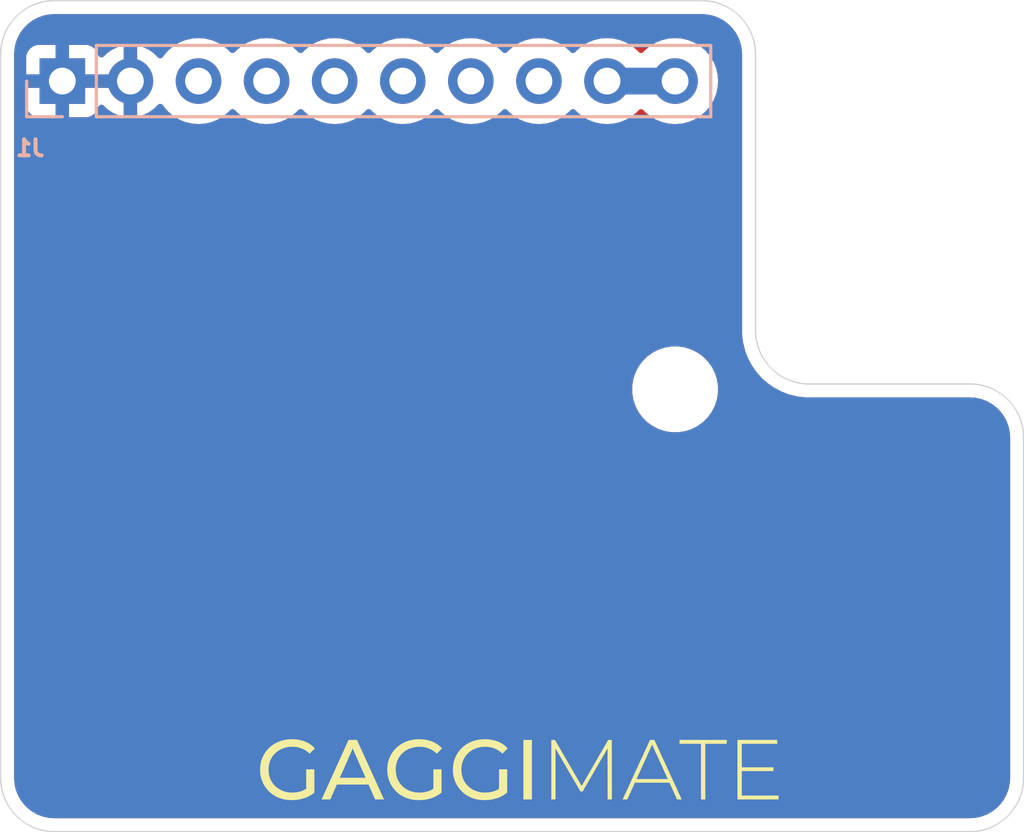
<source format=kicad_pcb>
(kicad_pcb (version 20240108) (generator "pcbnew") (generator_version "8.0")
  (layers (0 "F.Cu" signal) (31 "B.Cu" signal) (34 "B.Paste" user) (35 "F.Paste" user) (36 "B.SilkS" user "B.Silkscreen") (37 "F.SilkS" user "F.Silkscreen") (38 "B.Mask" user) (39 "F.Mask" user) (44 "Edge.Cuts" user))
  (net 0 "")
  (net 1 "GND")
  (net 2 "+5V")
  (net 3 "/GPIO1")
  (net 4 "+3.3V")
  (net 5 "/GPIO12")
  (net 6 "/GPIO2")
  (net 7 "/GPIO13")
  (net 8 "/GPIO8")
  (footprint "MountingHole:MountingHole_2.7mm_M2.5" (layer "F.Cu") (at 122.86 111.5)
    (property "Reference" "H1" (hide yes))
    (property "Value" "MountingHole" (hide yes))
    (pad "" np_thru_hole circle (at 0 0) (size 2.7 2.7) (drill 2.7) (layers "*.Cu" "*.Mask"))
  )
  (footprint "Connector_PinSocket_2.54mm:PinSocket_1x10_P2.54mm_Vertical" (layer "B.Cu") (at 100 100 -90)
    (property "Reference" "J1" (at 2.5 1.2 0) (layer "B.SilkS") (effects (font (size 0.6 0.6)) (justify mirror)))
    (property "Value" "Conn_01x10" (hide yes))
    (fp_line (start 1.33 1.33) (end 0 1.33) (stroke (width 0.12)) (layer "B.SilkS"))
    (fp_line (start 1.33 0) (end 1.33 1.33) (stroke (width 0.12)) (layer "B.SilkS"))
    (fp_line (start 1.33 -1.27) (end -1.33 -1.27) (stroke (width 0.12)) (layer "B.SilkS"))
    (fp_line (start -1.33 -24.19) (end -1.33 -1.27) (stroke (width 0.12)) (layer "B.SilkS"))
    (fp_line (start 1.33 -24.19) (end 1.33 -1.27) (stroke (width 0.12)) (layer "B.SilkS"))
    (fp_line (start 1.33 -24.19) (end -1.33 -24.19) (stroke (width 0.12)) (layer "B.SilkS"))
    (pad "1" thru_hole rect (at 0 0 270) (size 1.7 1.7) (drill 1) (layers "*.Cu" "*.Mask") (net 1 "GND"))
    (pad "2" thru_hole oval (at 0 -2.54 270) (size 1.7 1.7) (drill 1) (layers "*.Cu" "*.Mask") (net 1 "GND"))
    (pad "3" thru_hole oval (at 0 -5.08 270) (size 1.7 1.7) (drill 1) (layers "*.Cu" "*.Mask") (net 3 "/GPIO1"))
    (pad "4" thru_hole oval (at 0 -7.62 270) (size 1.7 1.7) (drill 1) (layers "*.Cu" "*.Mask") (net 6 "/GPIO2"))
    (pad "5" thru_hole oval (at 0 -10.16 270) (size 1.7 1.7) (drill 1) (layers "*.Cu" "*.Mask") (net 8 "/GPIO8"))
    (pad "6" thru_hole oval (at 0 -12.7 270) (size 1.7 1.7) (drill 1) (layers "*.Cu" "*.Mask") (net 5 "/GPIO12"))
    (pad "7" thru_hole oval (at 0 -15.24 270) (size 1.7 1.7) (drill 1) (layers "*.Cu" "*.Mask") (net 7 "/GPIO13"))
    (pad "8" thru_hole oval (at 0 -17.78 270) (size 1.7 1.7) (drill 1) (layers "*.Cu" "*.Mask") (net 4 "+3.3V"))
    (pad "9" thru_hole oval (at 0 -20.32 270) (size 1.7 1.7) (drill 1) (layers "*.Cu" "*.Mask") (net 2 "+5V"))
    (pad "10" thru_hole oval (at 0 -22.86 270) (size 1.7 1.7) (drill 1) (layers "*.Cu" "*.Mask") (net 2 "+5V"))
  )
  (gr_poly (pts (xy 126.672437 124.723556) (xy 125.348467 124.723556) (xy 125.348466 125.599854) (xy 126.532737 125.599854) (xy 126.532737 125.742728) (xy 125.348466 125.742728) (xy 125.348466 126.65395) (xy 126.720061 126.65395) (xy 126.720061 126.8) (xy 125.186541 126.8) (xy 125.186541 124.577507) (xy 126.672437 124.577507)) (stroke (width -0.000001)) (fill solid) (layer "F.SilkS"))
  (gr_poly (pts (xy 113.344796 124.552442) (xy 113.377216 124.553446) (xy 113.409288 124.555121) (xy 113.441013 124.557465) (xy 113.472391 124.560479) (xy 113.503422 124.564162) (xy 113.534105 124.568515) (xy 113.564441 124.573538) (xy 113.59443 124.579231) (xy 113.624071 124.585593) (xy 113.653366 124.592625) (xy 113.682313 124.600327) (xy 113.710912 124.608699) (xy 113.739165 124.61774) (xy 113.76707 124.627451) (xy 113.794628 124.637832) (xy 113.821752 124.648882) (xy 113.848355 124.660602) (xy 113.874437 124.672992) (xy 113.899998 124.686052) (xy 113.925038 124.699781) (xy 113.949557 124.71418) (xy 113.973556 124.729249) (xy 113.997033 124.744988) (xy 114.01999 124.761396) (xy 114.042426 124.778474) (xy 114.064341 124.796222) (xy 114.085735 124.814639) (xy 114.106608 124.833726) (xy 114.12696 124.853483) (xy 114.146791 124.87391) (xy 114.166102 124.895006) (xy 113.969253 125.091855) (xy 113.952088 125.075472) (xy 113.934725 125.059659) (xy 113.917163 125.044417) (xy 113.899403 125.029745) (xy 113.881444 125.015643) (xy 113.863287 125.002112) (xy 113.844932 124.989152) (xy 113.826378 124.976762) (xy 113.807626 124.964943) (xy 113.788675 124.953694) (xy 113.769526 124.943015) (xy 113.750178 124.932907) (xy 113.730632 124.92337) (xy 113.710888 124.914403) (xy 113.690945 124.906007) (xy 113.670804 124.898181) (xy 113.650849 124.890492) (xy 113.63067 124.883298) (xy 113.610268 124.876601) (xy 113.589643 124.8704) (xy 113.568795 124.864695) (xy 113.547723 124.859486) (xy 113.526429 124.854773) (xy 113.504911 124.850556) (xy 113.483169 124.846835) (xy 113.461205 124.843611) (xy 113.439017 124.840882) (xy 113.416606 124.83865) (xy 113.393972 124.836914) (xy 113.371115 124.835673) (xy 113.348034 124.834929) (xy 113.32473 124.834681) (xy 113.301017 124.834929) (xy 113.277502 124.835673) (xy 113.254186 124.836914) (xy 113.231068 124.83865) (xy 113.208148 124.840882) (xy 113.185427 124.843611) (xy 113.162905 124.846835) (xy 113.140581 124.850556) (xy 113.118455 124.854773) (xy 113.096528 124.859486) (xy 113.074799 124.864695) (xy 113.053268 124.8704) (xy 113.031936 124.876601) (xy 113.010803 124.883298) (xy 112.989868 124.890492) (xy 112.969131 124.898181) (xy 112.949052 124.906317) (xy 112.929295 124.91485) (xy 112.909861 124.923779) (xy 112.890749 124.933106) (xy 112.871959 124.942829) (xy 112.853492 124.952949) (xy 112.835347 124.963467) (xy 112.817525 124.974381) (xy 112.800026 124.985692) (xy 112.782849 124.997399) (xy 112.765994 125.009504) (xy 112.749462 125.022006) (xy 112.733252 125.034904) (xy 112.717364 125.048199) (xy 112.7018 125.061891) (xy 112.686557 125.07598) (xy 112.672071 125.090441) (xy 112.657982 125.10525) (xy 112.64429 125.120405) (xy 112.630995 125.135908) (xy 112.618096 125.151758) (xy 112.605595 125.167956) (xy 112.59349 125.184501) (xy 112.581782 125.201393) (xy 112.570471 125.218632) (xy 112.559557 125.236218) (xy 112.54904 125.254152) (xy 112.53892 125.272433) (xy 112.529197 125.291061) (xy 112.51987 125.310037) (xy 112.510941 125.329359) (xy 112.502408 125.34903) (xy 112.494718 125.368588) (xy 112.487525 125.38837) (xy 112.480828 125.408375) (xy 112.474627 125.428603) (xy 112.468922 125.449054) (xy 112.463713 125.469729) (xy 112.459 125.490627) (xy 112.454783 125.511748) (xy 112.451062 125.533092) (xy 112.447838 125.55466) (xy 112.445109 125.576451) (xy 112.442877 125.598465) (xy 112.44114 125.620702) (xy 112.4399 125.643163) (xy 112.439156 125.665846) (xy 112.438908 125.688753) (xy 112.439156 125.711288) (xy 112.4399 125.73365) (xy 112.44114 125.755837) (xy 112.442877 125.777852) (xy 112.445109 125.799692) (xy 112.447838 125.821359) (xy 112.451062 125.842852) (xy 112.454783 125.864172) (xy 112.459 125.885318) (xy 112.463713 125.90629) (xy 112.468922 125.927089) (xy 112.474627 125.947714) (xy 112.480828 125.968165) (xy 112.487525 125.988443) (xy 112.494718 126.008547) (xy 112.502408 126.028477) (xy 112.510941 126.047775) (xy 112.51987 126.066776) (xy 112.529197 126.085478) (xy 112.53892 126.103884) (xy 112.54904 126.121991) (xy 112.559557 126.139801) (xy 112.570471 126.157313) (xy 112.581782 126.174527) (xy 112.59349 126.191444) (xy 112.605595 126.208063) (xy 112.618096 126.224384) (xy 112.630995 126.240408) (xy 112.64429 126.256134) (xy 112.657982 126.271563) (xy 112.672071 126.286693) (xy 112.686557 126.301526) (xy 112.7018 126.315615) (xy 112.717364 126.329308) (xy 112.733252 126.342603) (xy 112.749462 126.355501) (xy 112.765994 126.368003) (xy 112.782849 126.380108) (xy 112.800026 126.391815) (xy 112.817525 126.403126) (xy 112.835347 126.41404) (xy 112.853492 126.424557) (xy 112.871959 126.434678) (xy 112.890749 126.444401) (xy 112.909861 126.453728) (xy 112.929295 126.462657) (xy 112.949052 126.47119) (xy 112.969131 126.479326) (xy 112.989483 126.487015) (xy 113.010059 126.494209) (xy 113.030857 126.500906) (xy 113.051879 126.507107) (xy 113.073124 126.512812) (xy 113.094593 126.518021) (xy 113.116284 126.522734) (xy 113.138199 126.526951) (xy 113.160337 126.530671) (xy 113.182699 126.533896) (xy 113.205283 126.536625) (xy 113.228091 126.538857) (xy 113.251122 126.540593) (xy 113.274376 126.541834) (xy 113.297854 126.542578) (xy 113.321555 126.542826) (xy 113.365757 126.541982) (xy 113.409462 126.539452) (xy 113.452672 126.535236) (xy 113.495386 126.529332) (xy 113.537603 126.521742) (xy 113.579324 126.512465) (xy 113.62055 126.501501) (xy 113.661279 126.488851) (xy 113.681817 126.481422) (xy 113.702157 126.473423) (xy 113.722298 126.464853) (xy 113.742241 126.455712) (xy 113.761986 126.446001) (xy 113.781532 126.43572) (xy 113.800879 126.424868) (xy 113.820029 126.413445) (xy 113.838979 126.401452) (xy 113.842253 126.399259) (xy 113.842253 125.676053) (xy 114.147052 125.676053) (xy 114.147052 126.542825) (xy 114.147053 126.542826) (xy 114.126192 126.560028) (xy 114.104885 126.576709) (xy 114.083131 126.592869) (xy 114.060931 126.608508) (xy 114.038284 126.623627) (xy 114.015191 126.638224) (xy 113.991651 126.652301) (xy 113.967665 126.665857) (xy 113.943232 126.678892) (xy 113.918353 126.691405) (xy 113.893028 126.703398) (xy 113.867256 126.714871) (xy 113.841037 126.725822) (xy 113.814372 126.736252) (xy 113.787261 126.746162) (xy 113.759703 126.75555) (xy 113.704686 126.771921) (xy 113.649173 126.786109) (xy 113.593165 126.798115) (xy 113.53666 126.807937) (xy 113.479659 126.815577) (xy 113.422162 126.821034) (xy 113.364169 126.824308) (xy 113.30568 126.8254) (xy 113.242031 126.82411) (xy 113.21069 126.822498) (xy 113.179672 126.82024) (xy 113.148977 126.817338) (xy 113.118603 126.813791) (xy 113.088553 126.809599) (xy 113.058824 126.804762) (xy 113.029418 126.79928) (xy 113.000335 126.793154) (xy 112.971574 126.786382) (xy 112.943135 126.778966) (xy 112.915019 126.770904) (xy 112.887226 126.762198) (xy 112.859755 126.752846) (xy 112.832606 126.74285) (xy 112.805842 126.731874) (xy 112.779524 126.720377) (xy 112.753653 126.708359) (xy 112.728228 126.69582) (xy 112.70325 126.682761) (xy 112.678718 126.66918) (xy 112.654633 126.655079) (xy 112.630994 126.640457) (xy 112.607802 126.625313) (xy 112.585056 126.609649) (xy 112.562757 126.593464) (xy 112.540904 126.576758) (xy 112.519497 126.559532) (xy 112.498538 126.541784) (xy 112.478024 126.523515) (xy 112.457957 126.504726) (xy 112.438386 126.485081) (xy 112.419361 126.465039) (xy 112.400882 126.4446) (xy 112.382948 126.423764) (xy 112.36556 126.402531) (xy 112.348718 126.380901) (xy 112.332421 126.358875) (xy 112.31667 126.336451) (xy 112.301465 126.313631) (xy 112.286805 126.290414) (xy 112.272691 126.2668) (xy 112.259123 126.242789) (xy 112.246101 126.218381) (xy 112.233624 126.193577) (xy 112.221693 126.168375) (xy 112.210308 126.142777) (xy 112.199543 126.116819) (xy 112.189472 126.090538) (xy 112.180096 126.063935) (xy 112.171414 126.03701) (xy 112.163427 126.009762) (xy 112.156135 125.982192) (xy 112.149537 125.954299) (xy 112.143633 125.926084) (xy 112.138424 125.897546) (xy 112.13391 125.868686) (xy 112.13009 125.839503) (xy 112.126965 125.809998) (xy 112.124534 125.780171) (xy 112.122797 125.750021) (xy 112.121756 125.719548) (xy 112.121408 125.688753) (xy 112.121756 125.657958) (xy 112.122797 125.627486) (xy 112.124534 125.597336) (xy 112.126965 125.567508) (xy 112.13009 125.538003) (xy 112.13391 125.508821) (xy 112.138424 125.479961) (xy 112.143633 125.451423) (xy 112.149537 125.423208) (xy 112.156135 125.395315) (xy 112.163427 125.367745) (xy 112.171414 125.340497) (xy 112.180096 125.313571) (xy 112.189472 125.286968) (xy 112.199543 125.260688) (xy 112.210308 125.23473) (xy 112.221693 125.209144) (xy 112.233624 125.18398) (xy 112.246101 125.159237) (xy 112.259123 125.134916) (xy 112.272691 125.111017) (xy 112.286805 125.087539) (xy 112.301464 125.064483) (xy 112.31667 125.041849) (xy 112.332421 125.019637) (xy 112.348717 124.997846) (xy 112.365559 124.976477) (xy 112.382948 124.955529) (xy 112.400881 124.935003) (xy 112.419361 124.914899) (xy 112.438386 124.895217) (xy 112.457957 124.875956) (xy 112.478408 124.856794) (xy 112.499281 124.838203) (xy 112.520576 124.820183) (xy 112.542293 124.802733) (xy 112.564431 124.785853) (xy 112.58699 124.769544) (xy 112.609972 124.753806) (xy 112.633375 124.738638) (xy 112.6572 124.72404) (xy 112.681446 124.710013) (xy 112.706115 124.696557) (xy 112.731204 124.683671) (xy 112.756716 124.671355) (xy 112.782649 124.65961) (xy 112.809004 124.648436) (xy 112.835781 124.637832) (xy 112.862942 124.627451) (xy 112.89045 124.61774) (xy 112.918306 124.608699) (xy 112.946508 124.600327) (xy 112.975059 124.592625) (xy 113.003956 124.585593) (xy 113.033201 124.579231) (xy 113.062792 124.573538) (xy 113.092732 124.568515) (xy 113.123018 124.564162) (xy 113.153652 124.560479) (xy 113.184633 124.557465) (xy 113.215961 124.555121) (xy 113.247637 124.553446) (xy 113.279659 124.552442) (xy 113.312029 124.552107)) (stroke (width -0.000001)) (fill solid) (layer "F.SilkS"))
  (gr_poly (pts (xy 115.794251 124.552442) (xy 115.826671 124.553446) (xy 115.858743 124.555121) (xy 115.890468 124.557465) (xy 115.921846 124.560479) (xy 115.952877 124.564162) (xy 115.98356 124.568515) (xy 116.013896 124.573538) (xy 116.043885 124.579231) (xy 116.073526 124.585593) (xy 116.102821 124.592625) (xy 116.131768 124.600327) (xy 116.160367 124.608699) (xy 116.18862 124.61774) (xy 116.216525 124.627451) (xy 116.244083 124.637832) (xy 116.271207 124.648882) (xy 116.29781 124.660602) (xy 116.323892 124.672992) (xy 116.349453 124.686052) (xy 116.374493 124.699781) (xy 116.399012 124.71418) (xy 116.423011 124.729249) (xy 116.446488 124.744988) (xy 116.469445 124.761396) (xy 116.491881 124.778474) (xy 116.513796 124.796222) (xy 116.53519 124.814639) (xy 116.556063 124.833726) (xy 116.576415 124.853483) (xy 116.596247 124.87391) (xy 116.615557 124.895006) (xy 116.418708 125.091855) (xy 116.401543 125.075472) (xy 116.38418 125.059659) (xy 116.366618 125.044417) (xy 116.348858 125.029745) (xy 116.330899 125.015643) (xy 116.312742 125.002112) (xy 116.294387 124.989152) (xy 116.275833 124.976762) (xy 116.257081 124.964943) (xy 116.23813 124.953694) (xy 116.218981 124.943015) (xy 116.199633 124.932907) (xy 116.180088 124.92337) (xy 116.160343 124.914403) (xy 116.1404 124.906007) (xy 116.120259 124.898181) (xy 116.100304 124.890492) (xy 116.080125 124.883298) (xy 116.059723 124.876601) (xy 116.039098 124.8704) (xy 116.01825 124.864695) (xy 115.997178 124.859486) (xy 115.975884 124.854773) (xy 115.954366 124.850556) (xy 115.932625 124.846835) (xy 115.91066 124.843611) (xy 115.888472 124.840882) (xy 115.866061 124.83865) (xy 115.843427 124.836914) (xy 115.82057 124.835673) (xy 115.797489 124.834929) (xy 115.774185 124.834681) (xy 115.750472 124.834929) (xy 115.726957 124.835673) (xy 115.703641 124.836914) (xy 115.680523 124.83865) (xy 115.657603 124.840882) (xy 115.634882 124.843611) (xy 115.61236 124.846835) (xy 115.590036 124.850556) (xy 115.56791 124.854773) (xy 115.545983 124.859486) (xy 115.524254 124.864695) (xy 115.502724 124.8704) (xy 115.481392 124.876601) (xy 115.460258 124.883298) (xy 115.439323 124.890492) (xy 115.418586 124.898181) (xy 115.398507 124.906317) (xy 115.37875 124.91485) (xy 115.359316 124.923779) (xy 115.340204 124.933106) (xy 115.321414 124.942829) (xy 115.302947 124.952949) (xy 115.284803 124.963467) (xy 115.266981 124.974381) (xy 115.249481 124.985692) (xy 115.232304 124.997399) (xy 115.215449 125.009504) (xy 115.198917 125.022006) (xy 115.182707 125.034904) (xy 115.16682 125.048199) (xy 115.151255 125.061891) (xy 115.136012 125.07598) (xy 115.121526 125.090441) (xy 115.107437 125.10525) (xy 115.093745 125.120405) (xy 115.08045 125.135908) (xy 115.067551 125.151758) (xy 115.05505 125.167956) (xy 115.042945 125.184501) (xy 115.031237 125.201393) (xy 115.019927 125.218632) (xy 115.009013 125.236218) (xy 114.998495 125.254152) (xy 114.988375 125.272433) (xy 114.978652 125.291061) (xy 114.969325 125.310037) (xy 114.960396 125.329359) (xy 114.951863 125.34903) (xy 114.944174 125.368588) (xy 114.93698 125.38837) (xy 114.930283 125.408375) (xy 114.924082 125.428603) (xy 114.918377 125.449054) (xy 114.913168 125.469729) (xy 114.908455 125.490627) (xy 114.904238 125.511748) (xy 114.900517 125.533092) (xy 114.897293 125.55466) (xy 114.894564 125.576451) (xy 114.892332 125.598465) (xy 114.890596 125.620702) (xy 114.889355 125.643163) (xy 114.888611 125.665846) (xy 114.888363 125.688753) (xy 114.888611 125.711288) (xy 114.889355 125.73365) (xy 114.890596 125.755837) (xy 114.892332 125.777852) (xy 114.894564 125.799692) (xy 114.897293 125.821359) (xy 114.900517 125.842852) (xy 114.904238 125.864172) (xy 114.908455 125.885318) (xy 114.913168 125.90629) (xy 114.918377 125.927089) (xy 114.924082 125.947714) (xy 114.930283 125.968165) (xy 114.93698 125.988443) (xy 114.944174 126.008547) (xy 114.951863 126.028477) (xy 114.960396 126.047775) (xy 114.969325 126.066776) (xy 114.978652 126.085478) (xy 114.988375 126.103884) (xy 114.998495 126.121991) (xy 115.009013 126.139801) (xy 115.019927 126.157313) (xy 115.031237 126.174527) (xy 115.042945 126.191444) (xy 115.05505 126.208063) (xy 115.067551 126.224384) (xy 115.08045 126.240408) (xy 115.093745 126.256134) (xy 115.107437 126.271563) (xy 115.121526 126.286693) (xy 115.136012 126.301526) (xy 115.151255 126.315615) (xy 115.16682 126.329308) (xy 115.182707 126.342603) (xy 115.198917 126.355501) (xy 115.215449 126.368003) (xy 115.232304 126.380108) (xy 115.249481 126.391815) (xy 115.266981 126.403126) (xy 115.284803 126.41404) (xy 115.302947 126.424557) (xy 115.321414 126.434678) (xy 115.340204 126.444401) (xy 115.359316 126.453728) (xy 115.37875 126.462657) (xy 115.398507 126.47119) (xy 115.418586 126.479326) (xy 115.438938 126.487015) (xy 115.459514 126.494209) (xy 115.480312 126.500906) (xy 115.501334 126.507107) (xy 115.522579 126.512812) (xy 115.544048 126.518021) (xy 115.565739 126.522734) (xy 115.587654 126.526951) (xy 115.609792 126.530671) (xy 115.632154 126.533896) (xy 115.654738 126.536625) (xy 115.677546 126.538857) (xy 115.700577 126.540593) (xy 115.723832 126.541834) (xy 115.747309 126.542578) (xy 115.77101 126.542826) (xy 115.815212 126.541982) (xy 115.858917 126.539452) (xy 115.902127 126.535236) (xy 115.944841 126.529332) (xy 115.987058 126.521742) (xy 116.02878 126.512465) (xy 116.070005 126.501501) (xy 116.110734 126.488851) (xy 116.131272 126.481422) (xy 116.151612 126.473423) (xy 116.171753 126.464853) (xy 116.191696 126.455712) (xy 116.211441 126.446001) (xy 116.230987 126.43572) (xy 116.250334 126.424868) (xy 116.269484 126.413445) (xy 116.288434 126.401452) (xy 116.291708 126.399259) (xy 116.291708 125.676053) (xy 116.596507 125.676053) (xy 116.596507 126.542824) (xy 116.596508 126.542826) (xy 116.575647 126.560028) (xy 116.55434 126.576709) (xy 116.532586 126.592869) (xy 116.510386 126.608508) (xy 116.487739 126.623627) (xy 116.464646 126.638224) (xy 116.441106 126.652301) (xy 116.41712 126.665857) (xy 116.392687 126.678892) (xy 116.367808 126.691405) (xy 116.342483 126.703398) (xy 116.316711 126.714871) (xy 116.290492 126.725822) (xy 116.263827 126.736252) (xy 116.236716 126.746162) (xy 116.209158 126.75555) (xy 116.154141 126.771921) (xy 116.098629 126.786109) (xy 116.04262 126.798115) (xy 115.986115 126.807937) (xy 115.929114 126.815577) (xy 115.871617 126.821034) (xy 115.813624 126.824308) (xy 115.755135 126.8254) (xy 115.691486 126.82411) (xy 115.660145 126.822498) (xy 115.629127 126.82024) (xy 115.598431 126.817338) (xy 115.568058 126.813791) (xy 115.538007 126.809599) (xy 115.508279 126.804762) (xy 115.478873 126.79928) (xy 115.44979 126.793154) (xy 115.421029 126.786382) (xy 115.39259 126.778966) (xy 115.364474 126.770904) (xy 115.336681 126.762198) (xy 115.30921 126.752846) (xy 115.282061 126.74285) (xy 115.255297 126.731874) (xy 115.228979 126.720377) (xy 115.203108 126.708359) (xy 115.177683 126.69582) (xy 115.152705 126.682761) (xy 115.128173 126.66918) (xy 115.104088 126.655079) (xy 115.080449 126.640457) (xy 115.057257 126.625313) (xy 115.034511 126.609649) (xy 115.012212 126.593464) (xy 114.990359 126.576758) (xy 114.968952 126.559532) (xy 114.947992 126.541784) (xy 114.927479 126.523515) (xy 114.907412 126.504726) (xy 114.887841 126.485081) (xy 114.868816 126.465039) (xy 114.850337 126.4446) (xy 114.832403 126.423764) (xy 114.815015 126.402531) (xy 114.798173 126.380901) (xy 114.781876 126.358875) (xy 114.766125 126.336451) (xy 114.75092 126.313631) (xy 114.73626 126.290414) (xy 114.722147 126.2668) (xy 114.708578 126.242789) (xy 114.695556 126.218381) (xy 114.683079 126.193577) (xy 114.671148 126.168375) (xy 114.659763 126.142777) (xy 114.648998 126.116819) (xy 114.638927 126.090538) (xy 114.629551 126.063935) (xy 114.620869 126.03701) (xy 114.612882 126.009762) (xy 114.605589 125.982192) (xy 114.598991 125.954299) (xy 114.593088 125.926084) (xy 114.587879 125.897546) (xy 114.583364 125.868686) (xy 114.579544 125.839503) (xy 114.576419 125.809998) (xy 114.573988 125.780171) (xy 114.572252 125.750021) (xy 114.57121 125.719548) (xy 114.570863 125.688753) (xy 114.57121 125.657958) (xy 114.572252 125.627486) (xy 114.573988 125.597336) (xy 114.576419 125.567508) (xy 114.579544 125.538003) (xy 114.583364 125.508821) (xy 114.587879 125.479961) (xy 114.593088 125.451423) (xy 114.598991 125.423208) (xy 114.605589 125.395315) (xy 114.612882 125.367745) (xy 114.620869 125.340497) (xy 114.62955 125.313571) (xy 114.638927 125.286968) (xy 114.648997 125.260688) (xy 114.659762 125.23473) (xy 114.671148 125.209144) (xy 114.683079 125.18398) (xy 114.695555 125.159237) (xy 114.708578 125.134916) (xy 114.722146 125.111017) (xy 114.73626 125.087539) (xy 114.750919 125.064483) (xy 114.766125 125.041849) (xy 114.781876 125.019637) (xy 114.798172 124.997846) (xy 114.815015 124.976477) (xy 114.832403 124.955529) (xy 114.850336 124.935003) (xy 114.868816 124.914899) (xy 114.887841 124.895217) (xy 114.907412 124.875956) (xy 114.927863 124.856794) (xy 114.948736 124.838203) (xy 114.970031 124.820183) (xy 114.991747 124.802733) (xy 115.013885 124.785853) (xy 115.036445 124.769544) (xy 115.059427 124.753806) (xy 115.08283 124.738638) (xy 115.106655 124.72404) (xy 115.130901 124.710013) (xy 115.155569 124.696557) (xy 115.180659 124.683671) (xy 115.206171 124.671355) (xy 115.232104 124.65961) (xy 115.258459 124.648436) (xy 115.285236 124.637832) (xy 115.312397 124.627451) (xy 115.339905 124.61774) (xy 115.367761 124.608699) (xy 115.395963 124.600327) (xy 115.424514 124.592625) (xy 115.453411 124.585593) (xy 115.482656 124.579231) (xy 115.512248 124.573538) (xy 115.542187 124.568515) (xy 115.572473 124.564162) (xy 115.603107 124.560479) (xy 115.634088 124.557465) (xy 115.665416 124.555121) (xy 115.697092 124.553446) (xy 115.729114 124.552442) (xy 115.761484 124.552107)) (stroke (width -0.000001)) (fill solid) (layer "F.SilkS"))
  (gr_poly (pts (xy 119.373078 126.295553) (xy 120.365319 124.577507) (xy 120.498669 124.577507) (xy 120.501842 126.8) (xy 120.343095 126.8) (xy 120.340042 124.898507) (xy 119.409647 126.504726) (xy 119.330273 126.504726) (xy 118.4 124.903933) (xy 118.4 126.8) (xy 118.241251 126.8) (xy 118.241251 124.577507) (xy 118.377775 124.577507)) (stroke (width -0.000001)) (fill solid) (layer "F.SilkS"))
  (gr_poly (pts (xy 123.108757 126.8) (xy 122.934133 126.8) (xy 122.649487 126.174527) (xy 121.360474 126.174527) (xy 121.076764 126.8) (xy 120.90214 126.8) (xy 121.252658 126.038002) (xy 121.422401 126.038002) (xy 122.587356 126.038002) (xy 122.003919 124.755976) (xy 121.422401 126.038002) (xy 121.252658 126.038002) (xy 121.924486 124.577507) (xy 122.086411 124.577507)) (stroke (width -0.000001)) (fill solid) (layer "F.SilkS"))
  (gr_poly (pts (xy 117.518792 126.8) (xy 117.201293 126.8) (xy 117.201293 124.577507) (xy 117.518792 124.577507)) (stroke (width -0.000001)) (fill solid) (layer "F.SilkS"))
  (gr_poly (pts (xy 124.788079 124.723556) (xy 123.987982 124.723556) (xy 123.987982 126.8) (xy 123.826058 126.8) (xy 123.826058 124.723556) (xy 123.02596 124.723556) (xy 123.02596 124.577507) (xy 124.788079 124.577507)) (stroke (width -0.000001)) (fill solid) (layer "F.SilkS"))
  (gr_poly (pts (xy 112.00185 126.8) (xy 111.668476 126.8) (xy 111.424313 126.244377) (xy 110.242595 126.244377) (xy 109.998431 126.8) (xy 109.671408 126.8) (xy 110.038051 125.990377) (xy 110.354213 125.990377) (xy 111.312695 125.990377) (xy 110.833454 124.899808) (xy 110.354213 125.990377) (xy 110.038051 125.990377) (xy 110.677879 124.577507) (xy 110.992203 124.577507)) (stroke (width -0.000001)) (fill solid) (layer "F.SilkS"))
  (gr_poly (pts (xy 108.600915 124.552442) (xy 108.633335 124.553446) (xy 108.665407 124.555121) (xy 108.697132 124.557465) (xy 108.72851 124.560479) (xy 108.75954 124.564162) (xy 108.790224 124.568515) (xy 108.82056 124.573538) (xy 108.850549 124.579231) (xy 108.88019 124.585593) (xy 108.909484 124.592625) (xy 108.938431 124.600327) (xy 108.967031 124.608699) (xy 108.995284 124.61774) (xy 109.023189 124.627451) (xy 109.050747 124.637832) (xy 109.077871 124.648882) (xy 109.104473 124.660602) (xy 109.130555 124.672992) (xy 109.156117 124.686052) (xy 109.181157 124.699781) (xy 109.205676 124.71418) (xy 109.229675 124.729249) (xy 109.253152 124.744988) (xy 109.276109 124.761396) (xy 109.298545 124.778474) (xy 109.32046 124.796222) (xy 109.341854 124.814639) (xy 109.362727 124.833726) (xy 109.383079 124.853483) (xy 109.40291 124.87391) (xy 109.42222 124.895006) (xy 109.225371 125.091855) (xy 109.208206 125.075472) (xy 109.190843 125.059659) (xy 109.173281 125.044417) (xy 109.155521 125.029745) (xy 109.137563 125.015643) (xy 109.119406 125.002112) (xy 109.10105 124.989152) (xy 109.082497 124.976762) (xy 109.063744 124.964943) (xy 109.044794 124.953694) (xy 109.025644 124.943015) (xy 109.006297 124.932907) (xy 108.986751 124.92337) (xy 108.967006 124.914403) (xy 108.947063 124.906007) (xy 108.926922 124.898181) (xy 108.906967 124.890492) (xy 108.886788 124.883298) (xy 108.866386 124.876601) (xy 108.845761 124.8704) (xy 108.824913 124.864695) (xy 108.803842 124.859486) (xy 108.782547 124.854773) (xy 108.761029 124.850556) (xy 108.739288 124.846835) (xy 108.717323 124.843611) (xy 108.695135 124.840882) (xy 108.672724 124.83865) (xy 108.65009 124.836914) (xy 108.627233 124.835673) (xy 108.604152 124.834929) (xy 108.580848 124.834681) (xy 108.557135 124.834929) (xy 108.53362 124.835673) (xy 108.510304 124.836914) (xy 108.487186 124.83865) (xy 108.464266 124.840882) (xy 108.441545 124.843611) (xy 108.419023 124.846835) (xy 108.396699 124.850556) (xy 108.374573 124.854773) (xy 108.352646 124.859486) (xy 108.330917 124.864695) (xy 108.309386 124.8704) (xy 108.288055 124.876601) (xy 108.266921 124.883298) (xy 108.245986 124.890492) (xy 108.225249 124.898181) (xy 108.20517 124.906317) (xy 108.185413 124.91485) (xy 108.165979 124.923779) (xy 108.146867 124.933106) (xy 108.128077 124.942829) (xy 108.10961 124.952949) (xy 108.091466 124.963467) (xy 108.073644 124.974381) (xy 108.056144 124.985692) (xy 108.038967 124.997399) (xy 108.022112 125.009504) (xy 108.00558 125.022006) (xy 107.98937 125.034904) (xy 107.973483 125.048199) (xy 107.957918 125.061891) (xy 107.942675 125.07598) (xy 107.928189 125.090441) (xy 107.9141 125.10525) (xy 107.900408 125.120405) (xy 107.887113 125.135908) (xy 107.874214 125.151758) (xy 107.861713 125.167956) (xy 107.849608 125.184501) (xy 107.837901 125.201393) (xy 107.82659 125.218632) (xy 107.815676 125.236218) (xy 107.805158 125.254152) (xy 107.795038 125.272433) (xy 107.785315 125.291061) (xy 107.775988 125.310037) (xy 107.767059 125.329359) (xy 107.758526 125.34903) (xy 107.750836 125.368588) (xy 107.743643 125.38837) (xy 107.736946 125.408375) (xy 107.730745 125.428603) (xy 107.72504 125.449054) (xy 107.719831 125.469729) (xy 107.715118 125.490627) (xy 107.710901 125.511748) (xy 107.70718 125.533092) (xy 107.703956 125.55466) (xy 107.701227 125.576451) (xy 107.698995 125.598465) (xy 107.697258 125.620702) (xy 107.696018 125.643163) (xy 107.695274 125.665846) (xy 107.695026 125.688753) (xy 107.695274 125.711288) (xy 107.696018 125.73365) (xy 107.697258 125.755837) (xy 107.698995 125.777852) (xy 107.701227 125.799692) (xy 107.703956 125.821359) (xy 107.70718 125.842852) (xy 107.710901 125.864172) (xy 107.715118 125.885318) (xy 107.719831 125.90629) (xy 107.72504 125.927089) (xy 107.730745 125.947714) (xy 107.736946 125.968165) (xy 107.743643 125.988443) (xy 107.750836 126.008547) (xy 107.758526 126.028477) (xy 107.767059 126.047775) (xy 107.775988 126.066776) (xy 107.785315 126.085478) (xy 107.795038 126.103884) (xy 107.805158 126.121991) (xy 107.815676 126.139801) (xy 107.82659 126.157313) (xy 107.837901 126.174527) (xy 107.849608 126.191444) (xy 107.861713 126.208063) (xy 107.874214 126.224384) (xy 107.887113 126.240408) (xy 107.900408 126.256134) (xy 107.9141 126.271563) (xy 107.928189 126.286693) (xy 107.942675 126.301526) (xy 107.957918 126.315615) (xy 107.973483 126.329308) (xy 107.98937 126.342603) (xy 108.00558 126.355501) (xy 108.022112 126.368003) (xy 108.038967 126.380108) (xy 108.056144 126.391815) (xy 108.073644 126.403126) (xy 108.091466 126.41404) (xy 108.10961 126.424557) (xy 108.128077 126.434678) (xy 108.146867 126.444401) (xy 108.165979 126.453728) (xy 108.185413 126.462657) (xy 108.20517 126.47119) (xy 108.225249 126.479326) (xy 108.245601 126.487015) (xy 108.266177 126.494209) (xy 108.286976 126.500906) (xy 108.307997 126.507107) (xy 108.329243 126.512812) (xy 108.350711 126.518021) (xy 108.372403 126.522734) (xy 108.394317 126.526951) (xy 108.416456 126.530671) (xy 108.438817 126.533896) (xy 108.461402 126.536625) (xy 108.484209 126.538857) (xy 108.507241 126.540593) (xy 108.530495 126.541834) (xy 108.553972 126.542578) (xy 108.577673 126.542826) (xy 108.621875 126.541982) (xy 108.665581 126.539452) (xy 108.70879 126.535236) (xy 108.751504 126.529332) (xy 108.793721 126.521742) (xy 108.835443 126.512465) (xy 108.876668 126.501501) (xy 108.917397 126.488851) (xy 108.937935 126.481422) (xy 108.958275 126.473423) (xy 108.978416 126.464853) (xy 108.998359 126.455712) (xy 109.018104 126.446001) (xy 109.03765 126.43572) (xy 109.056997 126.424867) (xy 109.076147 126.413445) (xy 109.095097 126.401452) (xy 109.098371 126.399258) (xy 109.098371 125.676053) (xy 109.40317 125.676053) (xy 109.40317 126.542826) (xy 109.38231 126.560028) (xy 109.361003 126.576709) (xy 109.339249 126.592869) (xy 109.317049 126.608508) (xy 109.294402 126.623627) (xy 109.271309 126.638224) (xy 109.24777 126.652301) (xy 109.223784 126.665857) (xy 109.199351 126.678892) (xy 109.174472 126.691405) (xy 109.149147 126.703398) (xy 109.123375 126.714871) (xy 109.097156 126.725822) (xy 109.070491 126.736252) (xy 109.04338 126.746162) (xy 109.015822 126.75555) (xy 108.960805 126.771921) (xy 108.905292 126.786109) (xy 108.849284 126.798115) (xy 108.792779 126.807937) (xy 108.735778 126.815577) (xy 108.678281 126.821034) (xy 108.620288 126.824308) (xy 108.561798 126.8254) (xy 108.49815 126.82411) (xy 108.466809 126.822498) (xy 108.435791 126.82024) (xy 108.405095 126.817338) (xy 108.374722 126.813791) (xy 108.344671 126.809599) (xy 108.314943 126.804762) (xy 108.285537 126.79928) (xy 108.256453 126.793154) (xy 108.227693 126.786382) (xy 108.199254 126.778966) (xy 108.171138 126.770904) (xy 108.143344 126.762198) (xy 108.115873 126.752846) (xy 108.088725 126.74285) (xy 108.061961 126.731874) (xy 108.035643 126.720377) (xy 108.009772 126.708359) (xy 107.984347 126.69582) (xy 107.959369 126.682761) (xy 107.934837 126.66918) (xy 107.910752 126.655079) (xy 107.887113 126.640457) (xy 107.863921 126.625313) (xy 107.841175 126.609649) (xy 107.818875 126.593464) (xy 107.797023 126.576758) (xy 107.775616 126.559532) (xy 107.754656 126.541784) (xy 107.734143 126.523515) (xy 107.714076 126.504726) (xy 107.694505 126.485081) (xy 107.67548 126.465039) (xy 107.657 126.4446) (xy 107.639067 126.423764) (xy 107.621679 126.402531) (xy 107.604836 126.380901) (xy 107.58854 126.358875) (xy 107.572789 126.336451) (xy 107.557584 126.313631) (xy 107.542924 126.290414) (xy 107.52881 126.2668) (xy 107.515242 126.242789) (xy 107.50222 126.218381) (xy 107.489743 126.193577) (xy 107.477812 126.168375) (xy 107.466427 126.142777) (xy 107.455661 126.116819) (xy 107.445591 126.090538) (xy 107.436215 126.063935) (xy 107.427533 126.03701) (xy 107.419546 126.009762) (xy 107.412253 125.982192) (xy 107.405655 125.954299) (xy 107.399752 125.926084) (xy 107.394543 125.897546) (xy 107.390028 125.868686) (xy 107.386209 125.839503) (xy 107.383083 125.809998) (xy 107.380652 125.780171) (xy 107.378916 125.750021) (xy 107.377874 125.719548) (xy 107.377527 125.688753) (xy 107.377874 125.657958) (xy 107.378916 125.627486) (xy 107.380652 125.597336) (xy 107.383083 125.567508) (xy 107.386209 125.538003) (xy 107.390028 125.508821) (xy 107.394543 125.479961) (xy 107.399752 125.451423) (xy 107.405655 125.423208) (xy 107.412253 125.395315) (xy 107.419546 125.367745) (xy 107.427533 125.340497) (xy 107.436215 125.313571) (xy 107.445591 125.286968) (xy 107.455661 125.260688) (xy 107.466427 125.23473) (xy 107.477812 125.209144) (xy 107.489743 125.18398) (xy 107.50222 125.159237) (xy 107.515242 125.134916) (xy 107.52881 125.111017) (xy 107.542924 125.087539) (xy 107.557584 125.064483) (xy 107.572789 125.041849) (xy 107.58854 125.019637) (xy 107.604836 124.997846) (xy 107.621679 124.976477) (xy 107.639067 124.955529) (xy 107.657 124.935003) (xy 107.67548 124.914899) (xy 107.694505 124.895217) (xy 107.714076 124.875956) (xy 107.734527 124.856794) (xy 107.7554 124.838203) (xy 107.776695 124.820183) (xy 107.798412 124.802733) (xy 107.82055 124.785853) (xy 107.843109 124.769544) (xy 107.866091 124.753806) (xy 107.889494 124.738638) (xy 107.913319 124.72404) (xy 107.937565 124.710013) (xy 107.962234 124.696557) (xy 107.987323 124.683671) (xy 108.012835 124.671355) (xy 108.038768 124.65961) (xy 108.065123 124.648436) (xy 108.0919 124.637832) (xy 108.119061 124.627451) (xy 108.146569 124.61774) (xy 108.174425 124.608699) (xy 108.202627 124.600327) (xy 108.231178 124.592625) (xy 108.260075 124.585593) (xy 108.28932 124.579231) (xy 108.318911 124.573538) (xy 108.348851 124.568515) (xy 108.379137 124.564162) (xy 108.409771 124.560479) (xy 108.440752 124.557465) (xy 108.47208 124.555121) (xy 108.503755 124.553446) (xy 108.535778 124.552442) (xy 108.568148 124.552107)) (stroke (width -0.000001)) (fill solid) (layer "F.SilkS"))
  (gr_arc (start 135.86 126) (mid 135.274214 127.414214) (end 133.86 128) (stroke (width 0.05)) (layer "Edge.Cuts"))
  (gr_line (start 99.7 128) (end 133.86 128) (stroke (width 0.05)) (layer "Edge.Cuts"))
  (gr_arc (start 127.86 111.3) (mid 126.445786 110.714214) (end 125.86 109.3) (stroke (width 0.05)) (layer "Edge.Cuts"))
  (gr_arc (start 99.7 128) (mid 98.285786 127.414214) (end 97.7 126) (stroke (width 0.05)) (layer "Edge.Cuts"))
  (gr_arc (start 133.86 111.3) (mid 135.274214 111.885786) (end 135.86 113.3) (stroke (width 0.05)) (layer "Edge.Cuts"))
  (gr_arc (start 97.7 99) (mid 98.285786 97.585786) (end 99.7 97) (stroke (width 0.05)) (layer "Edge.Cuts"))
  (gr_arc (start 123.86 97) (mid 125.274214 97.585786) (end 125.86 99) (stroke (width 0.05)) (layer "Edge.Cuts"))
  (gr_line (start 135.86 113.3) (end 135.86 126) (stroke (width 0.05)) (layer "Edge.Cuts"))
  (gr_line (start 127.86 111.3) (end 133.86 111.3) (stroke (width 0.05)) (layer "Edge.Cuts"))
  (gr_line (start 99.7 97) (end 123.86 97) (stroke (width 0.05)) (layer "Edge.Cuts"))
  (gr_line (start 125.86 109.3) (end 125.86 99) (stroke (width 0.05)) (layer "Edge.Cuts"))
  (gr_line (start 97.7 126) (end 97.7 99) (stroke (width 0.05)) (layer "Edge.Cuts"))
  (segment (start 122.86 100) (end 120.32 100) (width 1) (layer "B.Cu") (net 2))
  (zone (net 1) (net_name "GND") (layers "F&B.Cu") (connect_pads (clearance 0.75)) (min_thickness 0.25) (fill yes (thermal_gap 0.5) (thermal_bridge_width 0.5))
    (polygon (pts (arc (start 133.86 128) (mid 135.274214 127.414214) (end 135.86 126)) (arc (start 135.86 113.3) (mid 135.274214 111.885786) (end 133.86 111.3)) (arc (start 127.86 111.3) (mid 126.445786 110.714214) (end 125.86 109.3)) (arc (start 125.86 99) (mid 125.274214 97.585786) (end 123.86 97)) (arc (start 99.7 97) (mid 98.285786 97.585786) (end 97.7 99)) (arc (start 97.7 126) (mid 98.285786 127.414214) (end 99.7 128))))
  )
)
</source>
